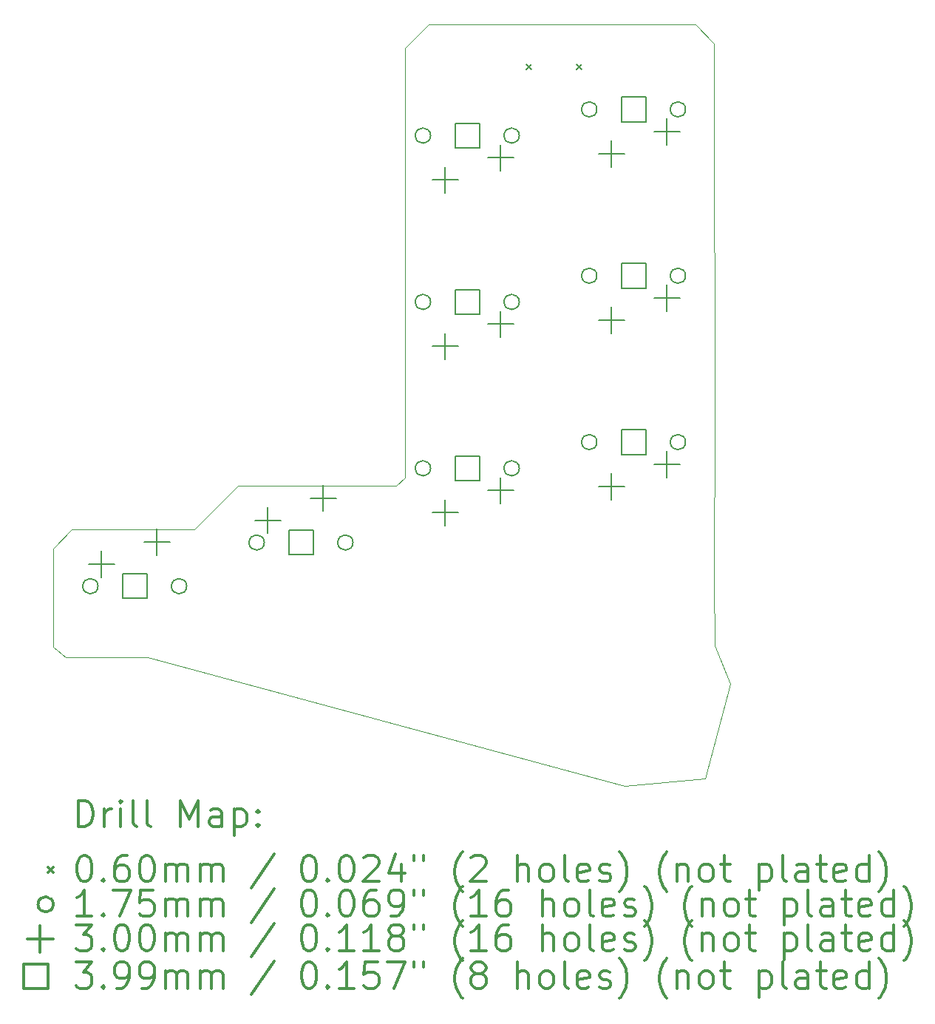
<source format=gbr>
%FSLAX45Y45*%
G04 Gerber Fmt 4.5, Leading zero omitted, Abs format (unit mm)*
G04 Created by KiCad (PCBNEW (5.1.4)-1) date 2023-06-17 18:31:43*
%MOMM*%
%LPD*%
G04 APERTURE LIST*
%ADD10C,0.050000*%
%ADD11C,0.200000*%
%ADD12C,0.300000*%
G04 APERTURE END LIST*
D10*
X7580000Y-44060000D02*
X7080000Y-44560000D01*
X7080000Y-44560000D02*
X5670000Y-44560000D01*
X9390000Y-44060000D02*
X9490000Y-43960000D01*
X9390000Y-44060000D02*
X7580000Y-44060000D01*
X6523279Y-46021295D02*
X6543279Y-46021295D01*
X9493279Y-39046295D02*
X9490000Y-43960000D01*
X12925419Y-47405040D02*
X12003279Y-47491295D01*
X12925419Y-47405040D02*
X13213232Y-46328860D01*
X13031346Y-39391871D02*
X13031480Y-38991016D01*
X13033920Y-43349053D02*
X13032767Y-45050023D01*
X13033421Y-45883812D02*
X13032185Y-45151986D01*
X13033421Y-45883812D02*
X13213232Y-46328860D01*
X13031480Y-38991016D02*
X12813279Y-38776295D01*
X9763279Y-38776295D02*
X9493279Y-39046295D01*
X9763279Y-38776295D02*
X12813279Y-38776295D01*
X5463279Y-44780000D02*
X5463279Y-45901295D01*
X5463279Y-44780000D02*
X5670000Y-44560000D01*
X5463279Y-45901295D02*
X5603279Y-46021295D01*
X6523279Y-46021295D02*
X5603279Y-46021295D01*
X13031346Y-39391871D02*
X13033920Y-43349053D01*
X13032185Y-45151986D02*
X13032767Y-45050023D01*
X12003279Y-47491295D02*
X6543279Y-46021295D01*
D11*
X10879000Y-39231500D02*
X10939000Y-39291500D01*
X10939000Y-39231500D02*
X10879000Y-39291500D01*
X11457000Y-39231500D02*
X11517000Y-39291500D01*
X11517000Y-39231500D02*
X11457000Y-39291500D01*
X11687779Y-43556295D02*
G75*
G03X11687779Y-43556295I-87500J0D01*
G01*
X12703779Y-43556295D02*
G75*
G03X12703779Y-43556295I-87500J0D01*
G01*
X9782779Y-41951295D02*
G75*
G03X9782779Y-41951295I-87500J0D01*
G01*
X10798779Y-41951295D02*
G75*
G03X10798779Y-41951295I-87500J0D01*
G01*
X9782779Y-40046295D02*
G75*
G03X9782779Y-40046295I-87500J0D01*
G01*
X10798779Y-40046295D02*
G75*
G03X10798779Y-40046295I-87500J0D01*
G01*
X11687779Y-39746295D02*
G75*
G03X11687779Y-39746295I-87500J0D01*
G01*
X12703779Y-39746295D02*
G75*
G03X12703779Y-39746295I-87500J0D01*
G01*
X5972779Y-45206295D02*
G75*
G03X5972779Y-45206295I-87500J0D01*
G01*
X6988779Y-45206295D02*
G75*
G03X6988779Y-45206295I-87500J0D01*
G01*
X7877779Y-44706295D02*
G75*
G03X7877779Y-44706295I-87500J0D01*
G01*
X8893779Y-44706295D02*
G75*
G03X8893779Y-44706295I-87500J0D01*
G01*
X11687779Y-41651295D02*
G75*
G03X11687779Y-41651295I-87500J0D01*
G01*
X12703779Y-41651295D02*
G75*
G03X12703779Y-41651295I-87500J0D01*
G01*
X9782779Y-43856295D02*
G75*
G03X9782779Y-43856295I-87500J0D01*
G01*
X10798779Y-43856295D02*
G75*
G03X10798779Y-43856295I-87500J0D01*
G01*
X9949279Y-42309295D02*
X9949279Y-42609295D01*
X9799279Y-42459295D02*
X10099279Y-42459295D01*
X10584279Y-42055295D02*
X10584279Y-42355295D01*
X10434279Y-42205295D02*
X10734279Y-42205295D01*
X9949279Y-40404295D02*
X9949279Y-40704295D01*
X9799279Y-40554295D02*
X10099279Y-40554295D01*
X10584279Y-40150295D02*
X10584279Y-40450295D01*
X10434279Y-40300295D02*
X10734279Y-40300295D01*
X11854279Y-40104295D02*
X11854279Y-40404295D01*
X11704279Y-40254295D02*
X12004279Y-40254295D01*
X12489279Y-39850295D02*
X12489279Y-40150295D01*
X12339279Y-40000295D02*
X12639279Y-40000295D01*
X6012279Y-44802295D02*
X6012279Y-45102295D01*
X5862279Y-44952295D02*
X6162279Y-44952295D01*
X6647279Y-44548295D02*
X6647279Y-44848295D01*
X6497279Y-44698295D02*
X6797279Y-44698295D01*
X7917279Y-44302295D02*
X7917279Y-44602295D01*
X7767279Y-44452295D02*
X8067279Y-44452295D01*
X8552279Y-44048295D02*
X8552279Y-44348295D01*
X8402279Y-44198295D02*
X8702279Y-44198295D01*
X11854279Y-42009295D02*
X11854279Y-42309295D01*
X11704279Y-42159295D02*
X12004279Y-42159295D01*
X12489279Y-41755295D02*
X12489279Y-42055295D01*
X12339279Y-41905295D02*
X12639279Y-41905295D01*
X9949279Y-44214295D02*
X9949279Y-44514295D01*
X9799279Y-44364295D02*
X10099279Y-44364295D01*
X10584279Y-43960295D02*
X10584279Y-44260295D01*
X10434279Y-44110295D02*
X10734279Y-44110295D01*
X11854279Y-43914295D02*
X11854279Y-44214295D01*
X11704279Y-44064295D02*
X12004279Y-44064295D01*
X12489279Y-43660295D02*
X12489279Y-43960295D01*
X12339279Y-43810295D02*
X12639279Y-43810295D01*
X10344270Y-40187287D02*
X10344270Y-39905304D01*
X10062288Y-39905304D01*
X10062288Y-40187287D01*
X10344270Y-40187287D01*
X12249270Y-39887287D02*
X12249270Y-39605304D01*
X11967288Y-39605304D01*
X11967288Y-39887287D01*
X12249270Y-39887287D01*
X8439270Y-44847287D02*
X8439270Y-44565304D01*
X8157287Y-44565304D01*
X8157287Y-44847287D01*
X8439270Y-44847287D01*
X10344270Y-43997287D02*
X10344270Y-43715304D01*
X10062288Y-43715304D01*
X10062288Y-43997287D01*
X10344270Y-43997287D01*
X12249270Y-43697287D02*
X12249270Y-43415304D01*
X11967287Y-43415304D01*
X11967287Y-43697287D01*
X12249270Y-43697287D01*
X10344270Y-42092287D02*
X10344270Y-41810304D01*
X10062288Y-41810304D01*
X10062288Y-42092287D01*
X10344270Y-42092287D01*
X6534270Y-45347287D02*
X6534270Y-45065304D01*
X6252287Y-45065304D01*
X6252287Y-45347287D01*
X6534270Y-45347287D01*
X12249270Y-41792287D02*
X12249270Y-41510304D01*
X11967287Y-41510304D01*
X11967287Y-41792287D01*
X12249270Y-41792287D01*
D12*
X5747207Y-47959509D02*
X5747207Y-47659509D01*
X5818636Y-47659509D01*
X5861493Y-47673795D01*
X5890064Y-47702367D01*
X5904350Y-47730938D01*
X5918636Y-47788081D01*
X5918636Y-47830938D01*
X5904350Y-47888081D01*
X5890064Y-47916652D01*
X5861493Y-47945224D01*
X5818636Y-47959509D01*
X5747207Y-47959509D01*
X6047207Y-47959509D02*
X6047207Y-47759509D01*
X6047207Y-47816652D02*
X6061493Y-47788081D01*
X6075779Y-47773795D01*
X6104350Y-47759509D01*
X6132922Y-47759509D01*
X6232922Y-47959509D02*
X6232922Y-47759509D01*
X6232922Y-47659509D02*
X6218636Y-47673795D01*
X6232922Y-47688081D01*
X6247207Y-47673795D01*
X6232922Y-47659509D01*
X6232922Y-47688081D01*
X6418636Y-47959509D02*
X6390064Y-47945224D01*
X6375779Y-47916652D01*
X6375779Y-47659509D01*
X6575779Y-47959509D02*
X6547207Y-47945224D01*
X6532922Y-47916652D01*
X6532922Y-47659509D01*
X6918636Y-47959509D02*
X6918636Y-47659509D01*
X7018636Y-47873795D01*
X7118636Y-47659509D01*
X7118636Y-47959509D01*
X7390064Y-47959509D02*
X7390064Y-47802367D01*
X7375779Y-47773795D01*
X7347207Y-47759509D01*
X7290064Y-47759509D01*
X7261493Y-47773795D01*
X7390064Y-47945224D02*
X7361493Y-47959509D01*
X7290064Y-47959509D01*
X7261493Y-47945224D01*
X7247207Y-47916652D01*
X7247207Y-47888081D01*
X7261493Y-47859509D01*
X7290064Y-47845224D01*
X7361493Y-47845224D01*
X7390064Y-47830938D01*
X7532922Y-47759509D02*
X7532922Y-48059509D01*
X7532922Y-47773795D02*
X7561493Y-47759509D01*
X7618636Y-47759509D01*
X7647207Y-47773795D01*
X7661493Y-47788081D01*
X7675779Y-47816652D01*
X7675779Y-47902367D01*
X7661493Y-47930938D01*
X7647207Y-47945224D01*
X7618636Y-47959509D01*
X7561493Y-47959509D01*
X7532922Y-47945224D01*
X7804350Y-47930938D02*
X7818636Y-47945224D01*
X7804350Y-47959509D01*
X7790064Y-47945224D01*
X7804350Y-47930938D01*
X7804350Y-47959509D01*
X7804350Y-47773795D02*
X7818636Y-47788081D01*
X7804350Y-47802367D01*
X7790064Y-47788081D01*
X7804350Y-47773795D01*
X7804350Y-47802367D01*
X5400779Y-48423795D02*
X5460779Y-48483795D01*
X5460779Y-48423795D02*
X5400779Y-48483795D01*
X5804350Y-48289509D02*
X5832922Y-48289509D01*
X5861493Y-48303795D01*
X5875779Y-48318081D01*
X5890064Y-48346652D01*
X5904350Y-48403795D01*
X5904350Y-48475224D01*
X5890064Y-48532367D01*
X5875779Y-48560938D01*
X5861493Y-48575224D01*
X5832922Y-48589509D01*
X5804350Y-48589509D01*
X5775779Y-48575224D01*
X5761493Y-48560938D01*
X5747207Y-48532367D01*
X5732922Y-48475224D01*
X5732922Y-48403795D01*
X5747207Y-48346652D01*
X5761493Y-48318081D01*
X5775779Y-48303795D01*
X5804350Y-48289509D01*
X6032922Y-48560938D02*
X6047207Y-48575224D01*
X6032922Y-48589509D01*
X6018636Y-48575224D01*
X6032922Y-48560938D01*
X6032922Y-48589509D01*
X6304350Y-48289509D02*
X6247207Y-48289509D01*
X6218636Y-48303795D01*
X6204350Y-48318081D01*
X6175779Y-48360938D01*
X6161493Y-48418081D01*
X6161493Y-48532367D01*
X6175779Y-48560938D01*
X6190064Y-48575224D01*
X6218636Y-48589509D01*
X6275779Y-48589509D01*
X6304350Y-48575224D01*
X6318636Y-48560938D01*
X6332922Y-48532367D01*
X6332922Y-48460938D01*
X6318636Y-48432367D01*
X6304350Y-48418081D01*
X6275779Y-48403795D01*
X6218636Y-48403795D01*
X6190064Y-48418081D01*
X6175779Y-48432367D01*
X6161493Y-48460938D01*
X6518636Y-48289509D02*
X6547207Y-48289509D01*
X6575779Y-48303795D01*
X6590064Y-48318081D01*
X6604350Y-48346652D01*
X6618636Y-48403795D01*
X6618636Y-48475224D01*
X6604350Y-48532367D01*
X6590064Y-48560938D01*
X6575779Y-48575224D01*
X6547207Y-48589509D01*
X6518636Y-48589509D01*
X6490064Y-48575224D01*
X6475779Y-48560938D01*
X6461493Y-48532367D01*
X6447207Y-48475224D01*
X6447207Y-48403795D01*
X6461493Y-48346652D01*
X6475779Y-48318081D01*
X6490064Y-48303795D01*
X6518636Y-48289509D01*
X6747207Y-48589509D02*
X6747207Y-48389509D01*
X6747207Y-48418081D02*
X6761493Y-48403795D01*
X6790064Y-48389509D01*
X6832922Y-48389509D01*
X6861493Y-48403795D01*
X6875779Y-48432367D01*
X6875779Y-48589509D01*
X6875779Y-48432367D02*
X6890064Y-48403795D01*
X6918636Y-48389509D01*
X6961493Y-48389509D01*
X6990064Y-48403795D01*
X7004350Y-48432367D01*
X7004350Y-48589509D01*
X7147207Y-48589509D02*
X7147207Y-48389509D01*
X7147207Y-48418081D02*
X7161493Y-48403795D01*
X7190064Y-48389509D01*
X7232922Y-48389509D01*
X7261493Y-48403795D01*
X7275779Y-48432367D01*
X7275779Y-48589509D01*
X7275779Y-48432367D02*
X7290064Y-48403795D01*
X7318636Y-48389509D01*
X7361493Y-48389509D01*
X7390064Y-48403795D01*
X7404350Y-48432367D01*
X7404350Y-48589509D01*
X7990064Y-48275224D02*
X7732922Y-48660938D01*
X8375779Y-48289509D02*
X8404350Y-48289509D01*
X8432922Y-48303795D01*
X8447207Y-48318081D01*
X8461493Y-48346652D01*
X8475779Y-48403795D01*
X8475779Y-48475224D01*
X8461493Y-48532367D01*
X8447207Y-48560938D01*
X8432922Y-48575224D01*
X8404350Y-48589509D01*
X8375779Y-48589509D01*
X8347207Y-48575224D01*
X8332922Y-48560938D01*
X8318636Y-48532367D01*
X8304350Y-48475224D01*
X8304350Y-48403795D01*
X8318636Y-48346652D01*
X8332922Y-48318081D01*
X8347207Y-48303795D01*
X8375779Y-48289509D01*
X8604350Y-48560938D02*
X8618636Y-48575224D01*
X8604350Y-48589509D01*
X8590065Y-48575224D01*
X8604350Y-48560938D01*
X8604350Y-48589509D01*
X8804350Y-48289509D02*
X8832922Y-48289509D01*
X8861493Y-48303795D01*
X8875779Y-48318081D01*
X8890065Y-48346652D01*
X8904350Y-48403795D01*
X8904350Y-48475224D01*
X8890065Y-48532367D01*
X8875779Y-48560938D01*
X8861493Y-48575224D01*
X8832922Y-48589509D01*
X8804350Y-48589509D01*
X8775779Y-48575224D01*
X8761493Y-48560938D01*
X8747207Y-48532367D01*
X8732922Y-48475224D01*
X8732922Y-48403795D01*
X8747207Y-48346652D01*
X8761493Y-48318081D01*
X8775779Y-48303795D01*
X8804350Y-48289509D01*
X9018636Y-48318081D02*
X9032922Y-48303795D01*
X9061493Y-48289509D01*
X9132922Y-48289509D01*
X9161493Y-48303795D01*
X9175779Y-48318081D01*
X9190065Y-48346652D01*
X9190065Y-48375224D01*
X9175779Y-48418081D01*
X9004350Y-48589509D01*
X9190065Y-48589509D01*
X9447207Y-48389509D02*
X9447207Y-48589509D01*
X9375779Y-48275224D02*
X9304350Y-48489509D01*
X9490065Y-48489509D01*
X9590065Y-48289509D02*
X9590065Y-48346652D01*
X9704350Y-48289509D02*
X9704350Y-48346652D01*
X10147207Y-48703795D02*
X10132922Y-48689509D01*
X10104350Y-48646652D01*
X10090065Y-48618081D01*
X10075779Y-48575224D01*
X10061493Y-48503795D01*
X10061493Y-48446652D01*
X10075779Y-48375224D01*
X10090065Y-48332367D01*
X10104350Y-48303795D01*
X10132922Y-48260938D01*
X10147207Y-48246652D01*
X10247207Y-48318081D02*
X10261493Y-48303795D01*
X10290065Y-48289509D01*
X10361493Y-48289509D01*
X10390065Y-48303795D01*
X10404350Y-48318081D01*
X10418636Y-48346652D01*
X10418636Y-48375224D01*
X10404350Y-48418081D01*
X10232922Y-48589509D01*
X10418636Y-48589509D01*
X10775779Y-48589509D02*
X10775779Y-48289509D01*
X10904350Y-48589509D02*
X10904350Y-48432367D01*
X10890065Y-48403795D01*
X10861493Y-48389509D01*
X10818636Y-48389509D01*
X10790065Y-48403795D01*
X10775779Y-48418081D01*
X11090065Y-48589509D02*
X11061493Y-48575224D01*
X11047207Y-48560938D01*
X11032922Y-48532367D01*
X11032922Y-48446652D01*
X11047207Y-48418081D01*
X11061493Y-48403795D01*
X11090065Y-48389509D01*
X11132922Y-48389509D01*
X11161493Y-48403795D01*
X11175779Y-48418081D01*
X11190064Y-48446652D01*
X11190064Y-48532367D01*
X11175779Y-48560938D01*
X11161493Y-48575224D01*
X11132922Y-48589509D01*
X11090065Y-48589509D01*
X11361493Y-48589509D02*
X11332922Y-48575224D01*
X11318636Y-48546652D01*
X11318636Y-48289509D01*
X11590064Y-48575224D02*
X11561493Y-48589509D01*
X11504350Y-48589509D01*
X11475779Y-48575224D01*
X11461493Y-48546652D01*
X11461493Y-48432367D01*
X11475779Y-48403795D01*
X11504350Y-48389509D01*
X11561493Y-48389509D01*
X11590064Y-48403795D01*
X11604350Y-48432367D01*
X11604350Y-48460938D01*
X11461493Y-48489509D01*
X11718636Y-48575224D02*
X11747207Y-48589509D01*
X11804350Y-48589509D01*
X11832922Y-48575224D01*
X11847207Y-48546652D01*
X11847207Y-48532367D01*
X11832922Y-48503795D01*
X11804350Y-48489509D01*
X11761493Y-48489509D01*
X11732922Y-48475224D01*
X11718636Y-48446652D01*
X11718636Y-48432367D01*
X11732922Y-48403795D01*
X11761493Y-48389509D01*
X11804350Y-48389509D01*
X11832922Y-48403795D01*
X11947207Y-48703795D02*
X11961493Y-48689509D01*
X11990064Y-48646652D01*
X12004350Y-48618081D01*
X12018636Y-48575224D01*
X12032922Y-48503795D01*
X12032922Y-48446652D01*
X12018636Y-48375224D01*
X12004350Y-48332367D01*
X11990064Y-48303795D01*
X11961493Y-48260938D01*
X11947207Y-48246652D01*
X12490064Y-48703795D02*
X12475779Y-48689509D01*
X12447207Y-48646652D01*
X12432922Y-48618081D01*
X12418636Y-48575224D01*
X12404350Y-48503795D01*
X12404350Y-48446652D01*
X12418636Y-48375224D01*
X12432922Y-48332367D01*
X12447207Y-48303795D01*
X12475779Y-48260938D01*
X12490064Y-48246652D01*
X12604350Y-48389509D02*
X12604350Y-48589509D01*
X12604350Y-48418081D02*
X12618636Y-48403795D01*
X12647207Y-48389509D01*
X12690064Y-48389509D01*
X12718636Y-48403795D01*
X12732922Y-48432367D01*
X12732922Y-48589509D01*
X12918636Y-48589509D02*
X12890064Y-48575224D01*
X12875779Y-48560938D01*
X12861493Y-48532367D01*
X12861493Y-48446652D01*
X12875779Y-48418081D01*
X12890064Y-48403795D01*
X12918636Y-48389509D01*
X12961493Y-48389509D01*
X12990064Y-48403795D01*
X13004350Y-48418081D01*
X13018636Y-48446652D01*
X13018636Y-48532367D01*
X13004350Y-48560938D01*
X12990064Y-48575224D01*
X12961493Y-48589509D01*
X12918636Y-48589509D01*
X13104350Y-48389509D02*
X13218636Y-48389509D01*
X13147207Y-48289509D02*
X13147207Y-48546652D01*
X13161493Y-48575224D01*
X13190064Y-48589509D01*
X13218636Y-48589509D01*
X13547207Y-48389509D02*
X13547207Y-48689509D01*
X13547207Y-48403795D02*
X13575779Y-48389509D01*
X13632922Y-48389509D01*
X13661493Y-48403795D01*
X13675779Y-48418081D01*
X13690064Y-48446652D01*
X13690064Y-48532367D01*
X13675779Y-48560938D01*
X13661493Y-48575224D01*
X13632922Y-48589509D01*
X13575779Y-48589509D01*
X13547207Y-48575224D01*
X13861493Y-48589509D02*
X13832922Y-48575224D01*
X13818636Y-48546652D01*
X13818636Y-48289509D01*
X14104350Y-48589509D02*
X14104350Y-48432367D01*
X14090064Y-48403795D01*
X14061493Y-48389509D01*
X14004350Y-48389509D01*
X13975779Y-48403795D01*
X14104350Y-48575224D02*
X14075779Y-48589509D01*
X14004350Y-48589509D01*
X13975779Y-48575224D01*
X13961493Y-48546652D01*
X13961493Y-48518081D01*
X13975779Y-48489509D01*
X14004350Y-48475224D01*
X14075779Y-48475224D01*
X14104350Y-48460938D01*
X14204350Y-48389509D02*
X14318636Y-48389509D01*
X14247207Y-48289509D02*
X14247207Y-48546652D01*
X14261493Y-48575224D01*
X14290064Y-48589509D01*
X14318636Y-48589509D01*
X14532922Y-48575224D02*
X14504350Y-48589509D01*
X14447207Y-48589509D01*
X14418636Y-48575224D01*
X14404350Y-48546652D01*
X14404350Y-48432367D01*
X14418636Y-48403795D01*
X14447207Y-48389509D01*
X14504350Y-48389509D01*
X14532922Y-48403795D01*
X14547207Y-48432367D01*
X14547207Y-48460938D01*
X14404350Y-48489509D01*
X14804350Y-48589509D02*
X14804350Y-48289509D01*
X14804350Y-48575224D02*
X14775779Y-48589509D01*
X14718636Y-48589509D01*
X14690064Y-48575224D01*
X14675779Y-48560938D01*
X14661493Y-48532367D01*
X14661493Y-48446652D01*
X14675779Y-48418081D01*
X14690064Y-48403795D01*
X14718636Y-48389509D01*
X14775779Y-48389509D01*
X14804350Y-48403795D01*
X14918636Y-48703795D02*
X14932922Y-48689509D01*
X14961493Y-48646652D01*
X14975779Y-48618081D01*
X14990064Y-48575224D01*
X15004350Y-48503795D01*
X15004350Y-48446652D01*
X14990064Y-48375224D01*
X14975779Y-48332367D01*
X14961493Y-48303795D01*
X14932922Y-48260938D01*
X14918636Y-48246652D01*
X5460779Y-48849795D02*
G75*
G03X5460779Y-48849795I-87500J0D01*
G01*
X5904350Y-48985509D02*
X5732922Y-48985509D01*
X5818636Y-48985509D02*
X5818636Y-48685509D01*
X5790064Y-48728367D01*
X5761493Y-48756938D01*
X5732922Y-48771224D01*
X6032922Y-48956938D02*
X6047207Y-48971224D01*
X6032922Y-48985509D01*
X6018636Y-48971224D01*
X6032922Y-48956938D01*
X6032922Y-48985509D01*
X6147207Y-48685509D02*
X6347207Y-48685509D01*
X6218636Y-48985509D01*
X6604350Y-48685509D02*
X6461493Y-48685509D01*
X6447207Y-48828367D01*
X6461493Y-48814081D01*
X6490064Y-48799795D01*
X6561493Y-48799795D01*
X6590064Y-48814081D01*
X6604350Y-48828367D01*
X6618636Y-48856938D01*
X6618636Y-48928367D01*
X6604350Y-48956938D01*
X6590064Y-48971224D01*
X6561493Y-48985509D01*
X6490064Y-48985509D01*
X6461493Y-48971224D01*
X6447207Y-48956938D01*
X6747207Y-48985509D02*
X6747207Y-48785509D01*
X6747207Y-48814081D02*
X6761493Y-48799795D01*
X6790064Y-48785509D01*
X6832922Y-48785509D01*
X6861493Y-48799795D01*
X6875779Y-48828367D01*
X6875779Y-48985509D01*
X6875779Y-48828367D02*
X6890064Y-48799795D01*
X6918636Y-48785509D01*
X6961493Y-48785509D01*
X6990064Y-48799795D01*
X7004350Y-48828367D01*
X7004350Y-48985509D01*
X7147207Y-48985509D02*
X7147207Y-48785509D01*
X7147207Y-48814081D02*
X7161493Y-48799795D01*
X7190064Y-48785509D01*
X7232922Y-48785509D01*
X7261493Y-48799795D01*
X7275779Y-48828367D01*
X7275779Y-48985509D01*
X7275779Y-48828367D02*
X7290064Y-48799795D01*
X7318636Y-48785509D01*
X7361493Y-48785509D01*
X7390064Y-48799795D01*
X7404350Y-48828367D01*
X7404350Y-48985509D01*
X7990064Y-48671224D02*
X7732922Y-49056938D01*
X8375779Y-48685509D02*
X8404350Y-48685509D01*
X8432922Y-48699795D01*
X8447207Y-48714081D01*
X8461493Y-48742652D01*
X8475779Y-48799795D01*
X8475779Y-48871224D01*
X8461493Y-48928367D01*
X8447207Y-48956938D01*
X8432922Y-48971224D01*
X8404350Y-48985509D01*
X8375779Y-48985509D01*
X8347207Y-48971224D01*
X8332922Y-48956938D01*
X8318636Y-48928367D01*
X8304350Y-48871224D01*
X8304350Y-48799795D01*
X8318636Y-48742652D01*
X8332922Y-48714081D01*
X8347207Y-48699795D01*
X8375779Y-48685509D01*
X8604350Y-48956938D02*
X8618636Y-48971224D01*
X8604350Y-48985509D01*
X8590065Y-48971224D01*
X8604350Y-48956938D01*
X8604350Y-48985509D01*
X8804350Y-48685509D02*
X8832922Y-48685509D01*
X8861493Y-48699795D01*
X8875779Y-48714081D01*
X8890065Y-48742652D01*
X8904350Y-48799795D01*
X8904350Y-48871224D01*
X8890065Y-48928367D01*
X8875779Y-48956938D01*
X8861493Y-48971224D01*
X8832922Y-48985509D01*
X8804350Y-48985509D01*
X8775779Y-48971224D01*
X8761493Y-48956938D01*
X8747207Y-48928367D01*
X8732922Y-48871224D01*
X8732922Y-48799795D01*
X8747207Y-48742652D01*
X8761493Y-48714081D01*
X8775779Y-48699795D01*
X8804350Y-48685509D01*
X9161493Y-48685509D02*
X9104350Y-48685509D01*
X9075779Y-48699795D01*
X9061493Y-48714081D01*
X9032922Y-48756938D01*
X9018636Y-48814081D01*
X9018636Y-48928367D01*
X9032922Y-48956938D01*
X9047207Y-48971224D01*
X9075779Y-48985509D01*
X9132922Y-48985509D01*
X9161493Y-48971224D01*
X9175779Y-48956938D01*
X9190065Y-48928367D01*
X9190065Y-48856938D01*
X9175779Y-48828367D01*
X9161493Y-48814081D01*
X9132922Y-48799795D01*
X9075779Y-48799795D01*
X9047207Y-48814081D01*
X9032922Y-48828367D01*
X9018636Y-48856938D01*
X9332922Y-48985509D02*
X9390065Y-48985509D01*
X9418636Y-48971224D01*
X9432922Y-48956938D01*
X9461493Y-48914081D01*
X9475779Y-48856938D01*
X9475779Y-48742652D01*
X9461493Y-48714081D01*
X9447207Y-48699795D01*
X9418636Y-48685509D01*
X9361493Y-48685509D01*
X9332922Y-48699795D01*
X9318636Y-48714081D01*
X9304350Y-48742652D01*
X9304350Y-48814081D01*
X9318636Y-48842652D01*
X9332922Y-48856938D01*
X9361493Y-48871224D01*
X9418636Y-48871224D01*
X9447207Y-48856938D01*
X9461493Y-48842652D01*
X9475779Y-48814081D01*
X9590065Y-48685509D02*
X9590065Y-48742652D01*
X9704350Y-48685509D02*
X9704350Y-48742652D01*
X10147207Y-49099795D02*
X10132922Y-49085509D01*
X10104350Y-49042652D01*
X10090065Y-49014081D01*
X10075779Y-48971224D01*
X10061493Y-48899795D01*
X10061493Y-48842652D01*
X10075779Y-48771224D01*
X10090065Y-48728367D01*
X10104350Y-48699795D01*
X10132922Y-48656938D01*
X10147207Y-48642652D01*
X10418636Y-48985509D02*
X10247207Y-48985509D01*
X10332922Y-48985509D02*
X10332922Y-48685509D01*
X10304350Y-48728367D01*
X10275779Y-48756938D01*
X10247207Y-48771224D01*
X10675779Y-48685509D02*
X10618636Y-48685509D01*
X10590065Y-48699795D01*
X10575779Y-48714081D01*
X10547207Y-48756938D01*
X10532922Y-48814081D01*
X10532922Y-48928367D01*
X10547207Y-48956938D01*
X10561493Y-48971224D01*
X10590065Y-48985509D01*
X10647207Y-48985509D01*
X10675779Y-48971224D01*
X10690065Y-48956938D01*
X10704350Y-48928367D01*
X10704350Y-48856938D01*
X10690065Y-48828367D01*
X10675779Y-48814081D01*
X10647207Y-48799795D01*
X10590065Y-48799795D01*
X10561493Y-48814081D01*
X10547207Y-48828367D01*
X10532922Y-48856938D01*
X11061493Y-48985509D02*
X11061493Y-48685509D01*
X11190064Y-48985509D02*
X11190064Y-48828367D01*
X11175779Y-48799795D01*
X11147207Y-48785509D01*
X11104350Y-48785509D01*
X11075779Y-48799795D01*
X11061493Y-48814081D01*
X11375779Y-48985509D02*
X11347207Y-48971224D01*
X11332922Y-48956938D01*
X11318636Y-48928367D01*
X11318636Y-48842652D01*
X11332922Y-48814081D01*
X11347207Y-48799795D01*
X11375779Y-48785509D01*
X11418636Y-48785509D01*
X11447207Y-48799795D01*
X11461493Y-48814081D01*
X11475779Y-48842652D01*
X11475779Y-48928367D01*
X11461493Y-48956938D01*
X11447207Y-48971224D01*
X11418636Y-48985509D01*
X11375779Y-48985509D01*
X11647207Y-48985509D02*
X11618636Y-48971224D01*
X11604350Y-48942652D01*
X11604350Y-48685509D01*
X11875779Y-48971224D02*
X11847207Y-48985509D01*
X11790064Y-48985509D01*
X11761493Y-48971224D01*
X11747207Y-48942652D01*
X11747207Y-48828367D01*
X11761493Y-48799795D01*
X11790064Y-48785509D01*
X11847207Y-48785509D01*
X11875779Y-48799795D01*
X11890064Y-48828367D01*
X11890064Y-48856938D01*
X11747207Y-48885509D01*
X12004350Y-48971224D02*
X12032922Y-48985509D01*
X12090064Y-48985509D01*
X12118636Y-48971224D01*
X12132922Y-48942652D01*
X12132922Y-48928367D01*
X12118636Y-48899795D01*
X12090064Y-48885509D01*
X12047207Y-48885509D01*
X12018636Y-48871224D01*
X12004350Y-48842652D01*
X12004350Y-48828367D01*
X12018636Y-48799795D01*
X12047207Y-48785509D01*
X12090064Y-48785509D01*
X12118636Y-48799795D01*
X12232922Y-49099795D02*
X12247207Y-49085509D01*
X12275779Y-49042652D01*
X12290064Y-49014081D01*
X12304350Y-48971224D01*
X12318636Y-48899795D01*
X12318636Y-48842652D01*
X12304350Y-48771224D01*
X12290064Y-48728367D01*
X12275779Y-48699795D01*
X12247207Y-48656938D01*
X12232922Y-48642652D01*
X12775779Y-49099795D02*
X12761493Y-49085509D01*
X12732922Y-49042652D01*
X12718636Y-49014081D01*
X12704350Y-48971224D01*
X12690064Y-48899795D01*
X12690064Y-48842652D01*
X12704350Y-48771224D01*
X12718636Y-48728367D01*
X12732922Y-48699795D01*
X12761493Y-48656938D01*
X12775779Y-48642652D01*
X12890064Y-48785509D02*
X12890064Y-48985509D01*
X12890064Y-48814081D02*
X12904350Y-48799795D01*
X12932922Y-48785509D01*
X12975779Y-48785509D01*
X13004350Y-48799795D01*
X13018636Y-48828367D01*
X13018636Y-48985509D01*
X13204350Y-48985509D02*
X13175779Y-48971224D01*
X13161493Y-48956938D01*
X13147207Y-48928367D01*
X13147207Y-48842652D01*
X13161493Y-48814081D01*
X13175779Y-48799795D01*
X13204350Y-48785509D01*
X13247207Y-48785509D01*
X13275779Y-48799795D01*
X13290064Y-48814081D01*
X13304350Y-48842652D01*
X13304350Y-48928367D01*
X13290064Y-48956938D01*
X13275779Y-48971224D01*
X13247207Y-48985509D01*
X13204350Y-48985509D01*
X13390064Y-48785509D02*
X13504350Y-48785509D01*
X13432922Y-48685509D02*
X13432922Y-48942652D01*
X13447207Y-48971224D01*
X13475779Y-48985509D01*
X13504350Y-48985509D01*
X13832922Y-48785509D02*
X13832922Y-49085509D01*
X13832922Y-48799795D02*
X13861493Y-48785509D01*
X13918636Y-48785509D01*
X13947207Y-48799795D01*
X13961493Y-48814081D01*
X13975779Y-48842652D01*
X13975779Y-48928367D01*
X13961493Y-48956938D01*
X13947207Y-48971224D01*
X13918636Y-48985509D01*
X13861493Y-48985509D01*
X13832922Y-48971224D01*
X14147207Y-48985509D02*
X14118636Y-48971224D01*
X14104350Y-48942652D01*
X14104350Y-48685509D01*
X14390064Y-48985509D02*
X14390064Y-48828367D01*
X14375779Y-48799795D01*
X14347207Y-48785509D01*
X14290064Y-48785509D01*
X14261493Y-48799795D01*
X14390064Y-48971224D02*
X14361493Y-48985509D01*
X14290064Y-48985509D01*
X14261493Y-48971224D01*
X14247207Y-48942652D01*
X14247207Y-48914081D01*
X14261493Y-48885509D01*
X14290064Y-48871224D01*
X14361493Y-48871224D01*
X14390064Y-48856938D01*
X14490064Y-48785509D02*
X14604350Y-48785509D01*
X14532922Y-48685509D02*
X14532922Y-48942652D01*
X14547207Y-48971224D01*
X14575779Y-48985509D01*
X14604350Y-48985509D01*
X14818636Y-48971224D02*
X14790064Y-48985509D01*
X14732922Y-48985509D01*
X14704350Y-48971224D01*
X14690064Y-48942652D01*
X14690064Y-48828367D01*
X14704350Y-48799795D01*
X14732922Y-48785509D01*
X14790064Y-48785509D01*
X14818636Y-48799795D01*
X14832922Y-48828367D01*
X14832922Y-48856938D01*
X14690064Y-48885509D01*
X15090064Y-48985509D02*
X15090064Y-48685509D01*
X15090064Y-48971224D02*
X15061493Y-48985509D01*
X15004350Y-48985509D01*
X14975779Y-48971224D01*
X14961493Y-48956938D01*
X14947207Y-48928367D01*
X14947207Y-48842652D01*
X14961493Y-48814081D01*
X14975779Y-48799795D01*
X15004350Y-48785509D01*
X15061493Y-48785509D01*
X15090064Y-48799795D01*
X15204350Y-49099795D02*
X15218636Y-49085509D01*
X15247207Y-49042652D01*
X15261493Y-49014081D01*
X15275779Y-48971224D01*
X15290064Y-48899795D01*
X15290064Y-48842652D01*
X15275779Y-48771224D01*
X15261493Y-48728367D01*
X15247207Y-48699795D01*
X15218636Y-48656938D01*
X15204350Y-48642652D01*
X5310779Y-49095795D02*
X5310779Y-49395795D01*
X5160779Y-49245795D02*
X5460779Y-49245795D01*
X5718636Y-49081509D02*
X5904350Y-49081509D01*
X5804350Y-49195795D01*
X5847207Y-49195795D01*
X5875779Y-49210081D01*
X5890064Y-49224367D01*
X5904350Y-49252938D01*
X5904350Y-49324367D01*
X5890064Y-49352938D01*
X5875779Y-49367224D01*
X5847207Y-49381509D01*
X5761493Y-49381509D01*
X5732922Y-49367224D01*
X5718636Y-49352938D01*
X6032922Y-49352938D02*
X6047207Y-49367224D01*
X6032922Y-49381509D01*
X6018636Y-49367224D01*
X6032922Y-49352938D01*
X6032922Y-49381509D01*
X6232922Y-49081509D02*
X6261493Y-49081509D01*
X6290064Y-49095795D01*
X6304350Y-49110081D01*
X6318636Y-49138652D01*
X6332922Y-49195795D01*
X6332922Y-49267224D01*
X6318636Y-49324367D01*
X6304350Y-49352938D01*
X6290064Y-49367224D01*
X6261493Y-49381509D01*
X6232922Y-49381509D01*
X6204350Y-49367224D01*
X6190064Y-49352938D01*
X6175779Y-49324367D01*
X6161493Y-49267224D01*
X6161493Y-49195795D01*
X6175779Y-49138652D01*
X6190064Y-49110081D01*
X6204350Y-49095795D01*
X6232922Y-49081509D01*
X6518636Y-49081509D02*
X6547207Y-49081509D01*
X6575779Y-49095795D01*
X6590064Y-49110081D01*
X6604350Y-49138652D01*
X6618636Y-49195795D01*
X6618636Y-49267224D01*
X6604350Y-49324367D01*
X6590064Y-49352938D01*
X6575779Y-49367224D01*
X6547207Y-49381509D01*
X6518636Y-49381509D01*
X6490064Y-49367224D01*
X6475779Y-49352938D01*
X6461493Y-49324367D01*
X6447207Y-49267224D01*
X6447207Y-49195795D01*
X6461493Y-49138652D01*
X6475779Y-49110081D01*
X6490064Y-49095795D01*
X6518636Y-49081509D01*
X6747207Y-49381509D02*
X6747207Y-49181509D01*
X6747207Y-49210081D02*
X6761493Y-49195795D01*
X6790064Y-49181509D01*
X6832922Y-49181509D01*
X6861493Y-49195795D01*
X6875779Y-49224367D01*
X6875779Y-49381509D01*
X6875779Y-49224367D02*
X6890064Y-49195795D01*
X6918636Y-49181509D01*
X6961493Y-49181509D01*
X6990064Y-49195795D01*
X7004350Y-49224367D01*
X7004350Y-49381509D01*
X7147207Y-49381509D02*
X7147207Y-49181509D01*
X7147207Y-49210081D02*
X7161493Y-49195795D01*
X7190064Y-49181509D01*
X7232922Y-49181509D01*
X7261493Y-49195795D01*
X7275779Y-49224367D01*
X7275779Y-49381509D01*
X7275779Y-49224367D02*
X7290064Y-49195795D01*
X7318636Y-49181509D01*
X7361493Y-49181509D01*
X7390064Y-49195795D01*
X7404350Y-49224367D01*
X7404350Y-49381509D01*
X7990064Y-49067224D02*
X7732922Y-49452938D01*
X8375779Y-49081509D02*
X8404350Y-49081509D01*
X8432922Y-49095795D01*
X8447207Y-49110081D01*
X8461493Y-49138652D01*
X8475779Y-49195795D01*
X8475779Y-49267224D01*
X8461493Y-49324367D01*
X8447207Y-49352938D01*
X8432922Y-49367224D01*
X8404350Y-49381509D01*
X8375779Y-49381509D01*
X8347207Y-49367224D01*
X8332922Y-49352938D01*
X8318636Y-49324367D01*
X8304350Y-49267224D01*
X8304350Y-49195795D01*
X8318636Y-49138652D01*
X8332922Y-49110081D01*
X8347207Y-49095795D01*
X8375779Y-49081509D01*
X8604350Y-49352938D02*
X8618636Y-49367224D01*
X8604350Y-49381509D01*
X8590065Y-49367224D01*
X8604350Y-49352938D01*
X8604350Y-49381509D01*
X8904350Y-49381509D02*
X8732922Y-49381509D01*
X8818636Y-49381509D02*
X8818636Y-49081509D01*
X8790065Y-49124367D01*
X8761493Y-49152938D01*
X8732922Y-49167224D01*
X9190065Y-49381509D02*
X9018636Y-49381509D01*
X9104350Y-49381509D02*
X9104350Y-49081509D01*
X9075779Y-49124367D01*
X9047207Y-49152938D01*
X9018636Y-49167224D01*
X9361493Y-49210081D02*
X9332922Y-49195795D01*
X9318636Y-49181509D01*
X9304350Y-49152938D01*
X9304350Y-49138652D01*
X9318636Y-49110081D01*
X9332922Y-49095795D01*
X9361493Y-49081509D01*
X9418636Y-49081509D01*
X9447207Y-49095795D01*
X9461493Y-49110081D01*
X9475779Y-49138652D01*
X9475779Y-49152938D01*
X9461493Y-49181509D01*
X9447207Y-49195795D01*
X9418636Y-49210081D01*
X9361493Y-49210081D01*
X9332922Y-49224367D01*
X9318636Y-49238652D01*
X9304350Y-49267224D01*
X9304350Y-49324367D01*
X9318636Y-49352938D01*
X9332922Y-49367224D01*
X9361493Y-49381509D01*
X9418636Y-49381509D01*
X9447207Y-49367224D01*
X9461493Y-49352938D01*
X9475779Y-49324367D01*
X9475779Y-49267224D01*
X9461493Y-49238652D01*
X9447207Y-49224367D01*
X9418636Y-49210081D01*
X9590065Y-49081509D02*
X9590065Y-49138652D01*
X9704350Y-49081509D02*
X9704350Y-49138652D01*
X10147207Y-49495795D02*
X10132922Y-49481509D01*
X10104350Y-49438652D01*
X10090065Y-49410081D01*
X10075779Y-49367224D01*
X10061493Y-49295795D01*
X10061493Y-49238652D01*
X10075779Y-49167224D01*
X10090065Y-49124367D01*
X10104350Y-49095795D01*
X10132922Y-49052938D01*
X10147207Y-49038652D01*
X10418636Y-49381509D02*
X10247207Y-49381509D01*
X10332922Y-49381509D02*
X10332922Y-49081509D01*
X10304350Y-49124367D01*
X10275779Y-49152938D01*
X10247207Y-49167224D01*
X10675779Y-49081509D02*
X10618636Y-49081509D01*
X10590065Y-49095795D01*
X10575779Y-49110081D01*
X10547207Y-49152938D01*
X10532922Y-49210081D01*
X10532922Y-49324367D01*
X10547207Y-49352938D01*
X10561493Y-49367224D01*
X10590065Y-49381509D01*
X10647207Y-49381509D01*
X10675779Y-49367224D01*
X10690065Y-49352938D01*
X10704350Y-49324367D01*
X10704350Y-49252938D01*
X10690065Y-49224367D01*
X10675779Y-49210081D01*
X10647207Y-49195795D01*
X10590065Y-49195795D01*
X10561493Y-49210081D01*
X10547207Y-49224367D01*
X10532922Y-49252938D01*
X11061493Y-49381509D02*
X11061493Y-49081509D01*
X11190064Y-49381509D02*
X11190064Y-49224367D01*
X11175779Y-49195795D01*
X11147207Y-49181509D01*
X11104350Y-49181509D01*
X11075779Y-49195795D01*
X11061493Y-49210081D01*
X11375779Y-49381509D02*
X11347207Y-49367224D01*
X11332922Y-49352938D01*
X11318636Y-49324367D01*
X11318636Y-49238652D01*
X11332922Y-49210081D01*
X11347207Y-49195795D01*
X11375779Y-49181509D01*
X11418636Y-49181509D01*
X11447207Y-49195795D01*
X11461493Y-49210081D01*
X11475779Y-49238652D01*
X11475779Y-49324367D01*
X11461493Y-49352938D01*
X11447207Y-49367224D01*
X11418636Y-49381509D01*
X11375779Y-49381509D01*
X11647207Y-49381509D02*
X11618636Y-49367224D01*
X11604350Y-49338652D01*
X11604350Y-49081509D01*
X11875779Y-49367224D02*
X11847207Y-49381509D01*
X11790064Y-49381509D01*
X11761493Y-49367224D01*
X11747207Y-49338652D01*
X11747207Y-49224367D01*
X11761493Y-49195795D01*
X11790064Y-49181509D01*
X11847207Y-49181509D01*
X11875779Y-49195795D01*
X11890064Y-49224367D01*
X11890064Y-49252938D01*
X11747207Y-49281509D01*
X12004350Y-49367224D02*
X12032922Y-49381509D01*
X12090064Y-49381509D01*
X12118636Y-49367224D01*
X12132922Y-49338652D01*
X12132922Y-49324367D01*
X12118636Y-49295795D01*
X12090064Y-49281509D01*
X12047207Y-49281509D01*
X12018636Y-49267224D01*
X12004350Y-49238652D01*
X12004350Y-49224367D01*
X12018636Y-49195795D01*
X12047207Y-49181509D01*
X12090064Y-49181509D01*
X12118636Y-49195795D01*
X12232922Y-49495795D02*
X12247207Y-49481509D01*
X12275779Y-49438652D01*
X12290064Y-49410081D01*
X12304350Y-49367224D01*
X12318636Y-49295795D01*
X12318636Y-49238652D01*
X12304350Y-49167224D01*
X12290064Y-49124367D01*
X12275779Y-49095795D01*
X12247207Y-49052938D01*
X12232922Y-49038652D01*
X12775779Y-49495795D02*
X12761493Y-49481509D01*
X12732922Y-49438652D01*
X12718636Y-49410081D01*
X12704350Y-49367224D01*
X12690064Y-49295795D01*
X12690064Y-49238652D01*
X12704350Y-49167224D01*
X12718636Y-49124367D01*
X12732922Y-49095795D01*
X12761493Y-49052938D01*
X12775779Y-49038652D01*
X12890064Y-49181509D02*
X12890064Y-49381509D01*
X12890064Y-49210081D02*
X12904350Y-49195795D01*
X12932922Y-49181509D01*
X12975779Y-49181509D01*
X13004350Y-49195795D01*
X13018636Y-49224367D01*
X13018636Y-49381509D01*
X13204350Y-49381509D02*
X13175779Y-49367224D01*
X13161493Y-49352938D01*
X13147207Y-49324367D01*
X13147207Y-49238652D01*
X13161493Y-49210081D01*
X13175779Y-49195795D01*
X13204350Y-49181509D01*
X13247207Y-49181509D01*
X13275779Y-49195795D01*
X13290064Y-49210081D01*
X13304350Y-49238652D01*
X13304350Y-49324367D01*
X13290064Y-49352938D01*
X13275779Y-49367224D01*
X13247207Y-49381509D01*
X13204350Y-49381509D01*
X13390064Y-49181509D02*
X13504350Y-49181509D01*
X13432922Y-49081509D02*
X13432922Y-49338652D01*
X13447207Y-49367224D01*
X13475779Y-49381509D01*
X13504350Y-49381509D01*
X13832922Y-49181509D02*
X13832922Y-49481509D01*
X13832922Y-49195795D02*
X13861493Y-49181509D01*
X13918636Y-49181509D01*
X13947207Y-49195795D01*
X13961493Y-49210081D01*
X13975779Y-49238652D01*
X13975779Y-49324367D01*
X13961493Y-49352938D01*
X13947207Y-49367224D01*
X13918636Y-49381509D01*
X13861493Y-49381509D01*
X13832922Y-49367224D01*
X14147207Y-49381509D02*
X14118636Y-49367224D01*
X14104350Y-49338652D01*
X14104350Y-49081509D01*
X14390064Y-49381509D02*
X14390064Y-49224367D01*
X14375779Y-49195795D01*
X14347207Y-49181509D01*
X14290064Y-49181509D01*
X14261493Y-49195795D01*
X14390064Y-49367224D02*
X14361493Y-49381509D01*
X14290064Y-49381509D01*
X14261493Y-49367224D01*
X14247207Y-49338652D01*
X14247207Y-49310081D01*
X14261493Y-49281509D01*
X14290064Y-49267224D01*
X14361493Y-49267224D01*
X14390064Y-49252938D01*
X14490064Y-49181509D02*
X14604350Y-49181509D01*
X14532922Y-49081509D02*
X14532922Y-49338652D01*
X14547207Y-49367224D01*
X14575779Y-49381509D01*
X14604350Y-49381509D01*
X14818636Y-49367224D02*
X14790064Y-49381509D01*
X14732922Y-49381509D01*
X14704350Y-49367224D01*
X14690064Y-49338652D01*
X14690064Y-49224367D01*
X14704350Y-49195795D01*
X14732922Y-49181509D01*
X14790064Y-49181509D01*
X14818636Y-49195795D01*
X14832922Y-49224367D01*
X14832922Y-49252938D01*
X14690064Y-49281509D01*
X15090064Y-49381509D02*
X15090064Y-49081509D01*
X15090064Y-49367224D02*
X15061493Y-49381509D01*
X15004350Y-49381509D01*
X14975779Y-49367224D01*
X14961493Y-49352938D01*
X14947207Y-49324367D01*
X14947207Y-49238652D01*
X14961493Y-49210081D01*
X14975779Y-49195795D01*
X15004350Y-49181509D01*
X15061493Y-49181509D01*
X15090064Y-49195795D01*
X15204350Y-49495795D02*
X15218636Y-49481509D01*
X15247207Y-49438652D01*
X15261493Y-49410081D01*
X15275779Y-49367224D01*
X15290064Y-49295795D01*
X15290064Y-49238652D01*
X15275779Y-49167224D01*
X15261493Y-49124367D01*
X15247207Y-49095795D01*
X15218636Y-49052938D01*
X15204350Y-49038652D01*
X5402380Y-49816787D02*
X5402380Y-49534804D01*
X5120397Y-49534804D01*
X5120397Y-49816787D01*
X5402380Y-49816787D01*
X5718636Y-49511509D02*
X5904350Y-49511509D01*
X5804350Y-49625795D01*
X5847207Y-49625795D01*
X5875779Y-49640081D01*
X5890064Y-49654367D01*
X5904350Y-49682938D01*
X5904350Y-49754367D01*
X5890064Y-49782938D01*
X5875779Y-49797224D01*
X5847207Y-49811509D01*
X5761493Y-49811509D01*
X5732922Y-49797224D01*
X5718636Y-49782938D01*
X6032922Y-49782938D02*
X6047207Y-49797224D01*
X6032922Y-49811509D01*
X6018636Y-49797224D01*
X6032922Y-49782938D01*
X6032922Y-49811509D01*
X6190064Y-49811509D02*
X6247207Y-49811509D01*
X6275779Y-49797224D01*
X6290064Y-49782938D01*
X6318636Y-49740081D01*
X6332922Y-49682938D01*
X6332922Y-49568652D01*
X6318636Y-49540081D01*
X6304350Y-49525795D01*
X6275779Y-49511509D01*
X6218636Y-49511509D01*
X6190064Y-49525795D01*
X6175779Y-49540081D01*
X6161493Y-49568652D01*
X6161493Y-49640081D01*
X6175779Y-49668652D01*
X6190064Y-49682938D01*
X6218636Y-49697224D01*
X6275779Y-49697224D01*
X6304350Y-49682938D01*
X6318636Y-49668652D01*
X6332922Y-49640081D01*
X6475779Y-49811509D02*
X6532922Y-49811509D01*
X6561493Y-49797224D01*
X6575779Y-49782938D01*
X6604350Y-49740081D01*
X6618636Y-49682938D01*
X6618636Y-49568652D01*
X6604350Y-49540081D01*
X6590064Y-49525795D01*
X6561493Y-49511509D01*
X6504350Y-49511509D01*
X6475779Y-49525795D01*
X6461493Y-49540081D01*
X6447207Y-49568652D01*
X6447207Y-49640081D01*
X6461493Y-49668652D01*
X6475779Y-49682938D01*
X6504350Y-49697224D01*
X6561493Y-49697224D01*
X6590064Y-49682938D01*
X6604350Y-49668652D01*
X6618636Y-49640081D01*
X6747207Y-49811509D02*
X6747207Y-49611509D01*
X6747207Y-49640081D02*
X6761493Y-49625795D01*
X6790064Y-49611509D01*
X6832922Y-49611509D01*
X6861493Y-49625795D01*
X6875779Y-49654367D01*
X6875779Y-49811509D01*
X6875779Y-49654367D02*
X6890064Y-49625795D01*
X6918636Y-49611509D01*
X6961493Y-49611509D01*
X6990064Y-49625795D01*
X7004350Y-49654367D01*
X7004350Y-49811509D01*
X7147207Y-49811509D02*
X7147207Y-49611509D01*
X7147207Y-49640081D02*
X7161493Y-49625795D01*
X7190064Y-49611509D01*
X7232922Y-49611509D01*
X7261493Y-49625795D01*
X7275779Y-49654367D01*
X7275779Y-49811509D01*
X7275779Y-49654367D02*
X7290064Y-49625795D01*
X7318636Y-49611509D01*
X7361493Y-49611509D01*
X7390064Y-49625795D01*
X7404350Y-49654367D01*
X7404350Y-49811509D01*
X7990064Y-49497224D02*
X7732922Y-49882938D01*
X8375779Y-49511509D02*
X8404350Y-49511509D01*
X8432922Y-49525795D01*
X8447207Y-49540081D01*
X8461493Y-49568652D01*
X8475779Y-49625795D01*
X8475779Y-49697224D01*
X8461493Y-49754367D01*
X8447207Y-49782938D01*
X8432922Y-49797224D01*
X8404350Y-49811509D01*
X8375779Y-49811509D01*
X8347207Y-49797224D01*
X8332922Y-49782938D01*
X8318636Y-49754367D01*
X8304350Y-49697224D01*
X8304350Y-49625795D01*
X8318636Y-49568652D01*
X8332922Y-49540081D01*
X8347207Y-49525795D01*
X8375779Y-49511509D01*
X8604350Y-49782938D02*
X8618636Y-49797224D01*
X8604350Y-49811509D01*
X8590065Y-49797224D01*
X8604350Y-49782938D01*
X8604350Y-49811509D01*
X8904350Y-49811509D02*
X8732922Y-49811509D01*
X8818636Y-49811509D02*
X8818636Y-49511509D01*
X8790065Y-49554367D01*
X8761493Y-49582938D01*
X8732922Y-49597224D01*
X9175779Y-49511509D02*
X9032922Y-49511509D01*
X9018636Y-49654367D01*
X9032922Y-49640081D01*
X9061493Y-49625795D01*
X9132922Y-49625795D01*
X9161493Y-49640081D01*
X9175779Y-49654367D01*
X9190065Y-49682938D01*
X9190065Y-49754367D01*
X9175779Y-49782938D01*
X9161493Y-49797224D01*
X9132922Y-49811509D01*
X9061493Y-49811509D01*
X9032922Y-49797224D01*
X9018636Y-49782938D01*
X9290065Y-49511509D02*
X9490065Y-49511509D01*
X9361493Y-49811509D01*
X9590065Y-49511509D02*
X9590065Y-49568652D01*
X9704350Y-49511509D02*
X9704350Y-49568652D01*
X10147207Y-49925795D02*
X10132922Y-49911509D01*
X10104350Y-49868652D01*
X10090065Y-49840081D01*
X10075779Y-49797224D01*
X10061493Y-49725795D01*
X10061493Y-49668652D01*
X10075779Y-49597224D01*
X10090065Y-49554367D01*
X10104350Y-49525795D01*
X10132922Y-49482938D01*
X10147207Y-49468652D01*
X10304350Y-49640081D02*
X10275779Y-49625795D01*
X10261493Y-49611509D01*
X10247207Y-49582938D01*
X10247207Y-49568652D01*
X10261493Y-49540081D01*
X10275779Y-49525795D01*
X10304350Y-49511509D01*
X10361493Y-49511509D01*
X10390065Y-49525795D01*
X10404350Y-49540081D01*
X10418636Y-49568652D01*
X10418636Y-49582938D01*
X10404350Y-49611509D01*
X10390065Y-49625795D01*
X10361493Y-49640081D01*
X10304350Y-49640081D01*
X10275779Y-49654367D01*
X10261493Y-49668652D01*
X10247207Y-49697224D01*
X10247207Y-49754367D01*
X10261493Y-49782938D01*
X10275779Y-49797224D01*
X10304350Y-49811509D01*
X10361493Y-49811509D01*
X10390065Y-49797224D01*
X10404350Y-49782938D01*
X10418636Y-49754367D01*
X10418636Y-49697224D01*
X10404350Y-49668652D01*
X10390065Y-49654367D01*
X10361493Y-49640081D01*
X10775779Y-49811509D02*
X10775779Y-49511509D01*
X10904350Y-49811509D02*
X10904350Y-49654367D01*
X10890065Y-49625795D01*
X10861493Y-49611509D01*
X10818636Y-49611509D01*
X10790065Y-49625795D01*
X10775779Y-49640081D01*
X11090065Y-49811509D02*
X11061493Y-49797224D01*
X11047207Y-49782938D01*
X11032922Y-49754367D01*
X11032922Y-49668652D01*
X11047207Y-49640081D01*
X11061493Y-49625795D01*
X11090065Y-49611509D01*
X11132922Y-49611509D01*
X11161493Y-49625795D01*
X11175779Y-49640081D01*
X11190064Y-49668652D01*
X11190064Y-49754367D01*
X11175779Y-49782938D01*
X11161493Y-49797224D01*
X11132922Y-49811509D01*
X11090065Y-49811509D01*
X11361493Y-49811509D02*
X11332922Y-49797224D01*
X11318636Y-49768652D01*
X11318636Y-49511509D01*
X11590064Y-49797224D02*
X11561493Y-49811509D01*
X11504350Y-49811509D01*
X11475779Y-49797224D01*
X11461493Y-49768652D01*
X11461493Y-49654367D01*
X11475779Y-49625795D01*
X11504350Y-49611509D01*
X11561493Y-49611509D01*
X11590064Y-49625795D01*
X11604350Y-49654367D01*
X11604350Y-49682938D01*
X11461493Y-49711509D01*
X11718636Y-49797224D02*
X11747207Y-49811509D01*
X11804350Y-49811509D01*
X11832922Y-49797224D01*
X11847207Y-49768652D01*
X11847207Y-49754367D01*
X11832922Y-49725795D01*
X11804350Y-49711509D01*
X11761493Y-49711509D01*
X11732922Y-49697224D01*
X11718636Y-49668652D01*
X11718636Y-49654367D01*
X11732922Y-49625795D01*
X11761493Y-49611509D01*
X11804350Y-49611509D01*
X11832922Y-49625795D01*
X11947207Y-49925795D02*
X11961493Y-49911509D01*
X11990064Y-49868652D01*
X12004350Y-49840081D01*
X12018636Y-49797224D01*
X12032922Y-49725795D01*
X12032922Y-49668652D01*
X12018636Y-49597224D01*
X12004350Y-49554367D01*
X11990064Y-49525795D01*
X11961493Y-49482938D01*
X11947207Y-49468652D01*
X12490064Y-49925795D02*
X12475779Y-49911509D01*
X12447207Y-49868652D01*
X12432922Y-49840081D01*
X12418636Y-49797224D01*
X12404350Y-49725795D01*
X12404350Y-49668652D01*
X12418636Y-49597224D01*
X12432922Y-49554367D01*
X12447207Y-49525795D01*
X12475779Y-49482938D01*
X12490064Y-49468652D01*
X12604350Y-49611509D02*
X12604350Y-49811509D01*
X12604350Y-49640081D02*
X12618636Y-49625795D01*
X12647207Y-49611509D01*
X12690064Y-49611509D01*
X12718636Y-49625795D01*
X12732922Y-49654367D01*
X12732922Y-49811509D01*
X12918636Y-49811509D02*
X12890064Y-49797224D01*
X12875779Y-49782938D01*
X12861493Y-49754367D01*
X12861493Y-49668652D01*
X12875779Y-49640081D01*
X12890064Y-49625795D01*
X12918636Y-49611509D01*
X12961493Y-49611509D01*
X12990064Y-49625795D01*
X13004350Y-49640081D01*
X13018636Y-49668652D01*
X13018636Y-49754367D01*
X13004350Y-49782938D01*
X12990064Y-49797224D01*
X12961493Y-49811509D01*
X12918636Y-49811509D01*
X13104350Y-49611509D02*
X13218636Y-49611509D01*
X13147207Y-49511509D02*
X13147207Y-49768652D01*
X13161493Y-49797224D01*
X13190064Y-49811509D01*
X13218636Y-49811509D01*
X13547207Y-49611509D02*
X13547207Y-49911509D01*
X13547207Y-49625795D02*
X13575779Y-49611509D01*
X13632922Y-49611509D01*
X13661493Y-49625795D01*
X13675779Y-49640081D01*
X13690064Y-49668652D01*
X13690064Y-49754367D01*
X13675779Y-49782938D01*
X13661493Y-49797224D01*
X13632922Y-49811509D01*
X13575779Y-49811509D01*
X13547207Y-49797224D01*
X13861493Y-49811509D02*
X13832922Y-49797224D01*
X13818636Y-49768652D01*
X13818636Y-49511509D01*
X14104350Y-49811509D02*
X14104350Y-49654367D01*
X14090064Y-49625795D01*
X14061493Y-49611509D01*
X14004350Y-49611509D01*
X13975779Y-49625795D01*
X14104350Y-49797224D02*
X14075779Y-49811509D01*
X14004350Y-49811509D01*
X13975779Y-49797224D01*
X13961493Y-49768652D01*
X13961493Y-49740081D01*
X13975779Y-49711509D01*
X14004350Y-49697224D01*
X14075779Y-49697224D01*
X14104350Y-49682938D01*
X14204350Y-49611509D02*
X14318636Y-49611509D01*
X14247207Y-49511509D02*
X14247207Y-49768652D01*
X14261493Y-49797224D01*
X14290064Y-49811509D01*
X14318636Y-49811509D01*
X14532922Y-49797224D02*
X14504350Y-49811509D01*
X14447207Y-49811509D01*
X14418636Y-49797224D01*
X14404350Y-49768652D01*
X14404350Y-49654367D01*
X14418636Y-49625795D01*
X14447207Y-49611509D01*
X14504350Y-49611509D01*
X14532922Y-49625795D01*
X14547207Y-49654367D01*
X14547207Y-49682938D01*
X14404350Y-49711509D01*
X14804350Y-49811509D02*
X14804350Y-49511509D01*
X14804350Y-49797224D02*
X14775779Y-49811509D01*
X14718636Y-49811509D01*
X14690064Y-49797224D01*
X14675779Y-49782938D01*
X14661493Y-49754367D01*
X14661493Y-49668652D01*
X14675779Y-49640081D01*
X14690064Y-49625795D01*
X14718636Y-49611509D01*
X14775779Y-49611509D01*
X14804350Y-49625795D01*
X14918636Y-49925795D02*
X14932922Y-49911509D01*
X14961493Y-49868652D01*
X14975779Y-49840081D01*
X14990064Y-49797224D01*
X15004350Y-49725795D01*
X15004350Y-49668652D01*
X14990064Y-49597224D01*
X14975779Y-49554367D01*
X14961493Y-49525795D01*
X14932922Y-49482938D01*
X14918636Y-49468652D01*
M02*

</source>
